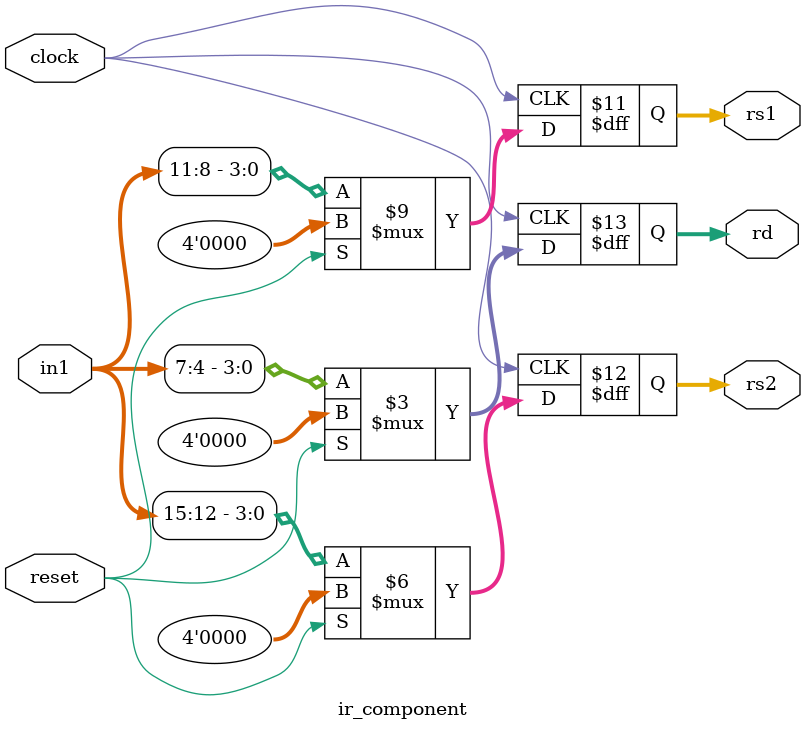
<source format=v>

module ir_component(clock, in1, reset, rs1, rs2, rd);

input clock;
input [15:0] in1;
input reset;

output reg [3:0] rs1;
output reg [3:0] rs2;
output reg [3:0] rd;


always @(posedge clock)
begin
        if (reset) begin
                rs1 <= 4'b0000;
		rs2 <= 4'b0000;
		rd <= 4'b0000;
        end else begin
                rs1 <= in1[11:8];
		rs2 <= in1[15:12];
		rd <= in1[7:4];
        end
end

endmodule

</source>
